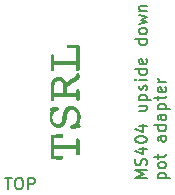
<source format=gbr>
%TF.GenerationSoftware,KiCad,Pcbnew,7.0.10*%
%TF.CreationDate,2024-03-20T18:31:23+01:00*%
%TF.ProjectId,ms404 pot adapter pcb,6d733430-3420-4706-9f74-206164617074,rev?*%
%TF.SameCoordinates,Original*%
%TF.FileFunction,Legend,Top*%
%TF.FilePolarity,Positive*%
%FSLAX46Y46*%
G04 Gerber Fmt 4.6, Leading zero omitted, Abs format (unit mm)*
G04 Created by KiCad (PCBNEW 7.0.10) date 2024-03-20 18:31:23*
%MOMM*%
%LPD*%
G01*
G04 APERTURE LIST*
%ADD10C,0.150000*%
G04 APERTURE END LIST*
D10*
X108064019Y-77590420D02*
X107064019Y-77590420D01*
X107064019Y-77590420D02*
X107778304Y-77257087D01*
X107778304Y-77257087D02*
X107064019Y-76923754D01*
X107064019Y-76923754D02*
X108064019Y-76923754D01*
X108016400Y-76495182D02*
X108064019Y-76352325D01*
X108064019Y-76352325D02*
X108064019Y-76114230D01*
X108064019Y-76114230D02*
X108016400Y-76018992D01*
X108016400Y-76018992D02*
X107968780Y-75971373D01*
X107968780Y-75971373D02*
X107873542Y-75923754D01*
X107873542Y-75923754D02*
X107778304Y-75923754D01*
X107778304Y-75923754D02*
X107683066Y-75971373D01*
X107683066Y-75971373D02*
X107635447Y-76018992D01*
X107635447Y-76018992D02*
X107587828Y-76114230D01*
X107587828Y-76114230D02*
X107540209Y-76304706D01*
X107540209Y-76304706D02*
X107492590Y-76399944D01*
X107492590Y-76399944D02*
X107444971Y-76447563D01*
X107444971Y-76447563D02*
X107349733Y-76495182D01*
X107349733Y-76495182D02*
X107254495Y-76495182D01*
X107254495Y-76495182D02*
X107159257Y-76447563D01*
X107159257Y-76447563D02*
X107111638Y-76399944D01*
X107111638Y-76399944D02*
X107064019Y-76304706D01*
X107064019Y-76304706D02*
X107064019Y-76066611D01*
X107064019Y-76066611D02*
X107111638Y-75923754D01*
X107397352Y-75066611D02*
X108064019Y-75066611D01*
X107016400Y-75304706D02*
X107730685Y-75542801D01*
X107730685Y-75542801D02*
X107730685Y-74923754D01*
X107064019Y-74352325D02*
X107064019Y-74257087D01*
X107064019Y-74257087D02*
X107111638Y-74161849D01*
X107111638Y-74161849D02*
X107159257Y-74114230D01*
X107159257Y-74114230D02*
X107254495Y-74066611D01*
X107254495Y-74066611D02*
X107444971Y-74018992D01*
X107444971Y-74018992D02*
X107683066Y-74018992D01*
X107683066Y-74018992D02*
X107873542Y-74066611D01*
X107873542Y-74066611D02*
X107968780Y-74114230D01*
X107968780Y-74114230D02*
X108016400Y-74161849D01*
X108016400Y-74161849D02*
X108064019Y-74257087D01*
X108064019Y-74257087D02*
X108064019Y-74352325D01*
X108064019Y-74352325D02*
X108016400Y-74447563D01*
X108016400Y-74447563D02*
X107968780Y-74495182D01*
X107968780Y-74495182D02*
X107873542Y-74542801D01*
X107873542Y-74542801D02*
X107683066Y-74590420D01*
X107683066Y-74590420D02*
X107444971Y-74590420D01*
X107444971Y-74590420D02*
X107254495Y-74542801D01*
X107254495Y-74542801D02*
X107159257Y-74495182D01*
X107159257Y-74495182D02*
X107111638Y-74447563D01*
X107111638Y-74447563D02*
X107064019Y-74352325D01*
X107397352Y-73161849D02*
X108064019Y-73161849D01*
X107016400Y-73399944D02*
X107730685Y-73638039D01*
X107730685Y-73638039D02*
X107730685Y-73018992D01*
X107397352Y-71447563D02*
X108064019Y-71447563D01*
X107397352Y-71876134D02*
X107921161Y-71876134D01*
X107921161Y-71876134D02*
X108016400Y-71828515D01*
X108016400Y-71828515D02*
X108064019Y-71733277D01*
X108064019Y-71733277D02*
X108064019Y-71590420D01*
X108064019Y-71590420D02*
X108016400Y-71495182D01*
X108016400Y-71495182D02*
X107968780Y-71447563D01*
X107397352Y-70971372D02*
X108397352Y-70971372D01*
X107444971Y-70971372D02*
X107397352Y-70876134D01*
X107397352Y-70876134D02*
X107397352Y-70685658D01*
X107397352Y-70685658D02*
X107444971Y-70590420D01*
X107444971Y-70590420D02*
X107492590Y-70542801D01*
X107492590Y-70542801D02*
X107587828Y-70495182D01*
X107587828Y-70495182D02*
X107873542Y-70495182D01*
X107873542Y-70495182D02*
X107968780Y-70542801D01*
X107968780Y-70542801D02*
X108016400Y-70590420D01*
X108016400Y-70590420D02*
X108064019Y-70685658D01*
X108064019Y-70685658D02*
X108064019Y-70876134D01*
X108064019Y-70876134D02*
X108016400Y-70971372D01*
X108016400Y-70114229D02*
X108064019Y-70018991D01*
X108064019Y-70018991D02*
X108064019Y-69828515D01*
X108064019Y-69828515D02*
X108016400Y-69733277D01*
X108016400Y-69733277D02*
X107921161Y-69685658D01*
X107921161Y-69685658D02*
X107873542Y-69685658D01*
X107873542Y-69685658D02*
X107778304Y-69733277D01*
X107778304Y-69733277D02*
X107730685Y-69828515D01*
X107730685Y-69828515D02*
X107730685Y-69971372D01*
X107730685Y-69971372D02*
X107683066Y-70066610D01*
X107683066Y-70066610D02*
X107587828Y-70114229D01*
X107587828Y-70114229D02*
X107540209Y-70114229D01*
X107540209Y-70114229D02*
X107444971Y-70066610D01*
X107444971Y-70066610D02*
X107397352Y-69971372D01*
X107397352Y-69971372D02*
X107397352Y-69828515D01*
X107397352Y-69828515D02*
X107444971Y-69733277D01*
X108064019Y-69257086D02*
X107397352Y-69257086D01*
X107064019Y-69257086D02*
X107111638Y-69304705D01*
X107111638Y-69304705D02*
X107159257Y-69257086D01*
X107159257Y-69257086D02*
X107111638Y-69209467D01*
X107111638Y-69209467D02*
X107064019Y-69257086D01*
X107064019Y-69257086D02*
X107159257Y-69257086D01*
X108064019Y-68352325D02*
X107064019Y-68352325D01*
X108016400Y-68352325D02*
X108064019Y-68447563D01*
X108064019Y-68447563D02*
X108064019Y-68638039D01*
X108064019Y-68638039D02*
X108016400Y-68733277D01*
X108016400Y-68733277D02*
X107968780Y-68780896D01*
X107968780Y-68780896D02*
X107873542Y-68828515D01*
X107873542Y-68828515D02*
X107587828Y-68828515D01*
X107587828Y-68828515D02*
X107492590Y-68780896D01*
X107492590Y-68780896D02*
X107444971Y-68733277D01*
X107444971Y-68733277D02*
X107397352Y-68638039D01*
X107397352Y-68638039D02*
X107397352Y-68447563D01*
X107397352Y-68447563D02*
X107444971Y-68352325D01*
X108016400Y-67495182D02*
X108064019Y-67590420D01*
X108064019Y-67590420D02*
X108064019Y-67780896D01*
X108064019Y-67780896D02*
X108016400Y-67876134D01*
X108016400Y-67876134D02*
X107921161Y-67923753D01*
X107921161Y-67923753D02*
X107540209Y-67923753D01*
X107540209Y-67923753D02*
X107444971Y-67876134D01*
X107444971Y-67876134D02*
X107397352Y-67780896D01*
X107397352Y-67780896D02*
X107397352Y-67590420D01*
X107397352Y-67590420D02*
X107444971Y-67495182D01*
X107444971Y-67495182D02*
X107540209Y-67447563D01*
X107540209Y-67447563D02*
X107635447Y-67447563D01*
X107635447Y-67447563D02*
X107730685Y-67923753D01*
X108064019Y-65828515D02*
X107064019Y-65828515D01*
X108016400Y-65828515D02*
X108064019Y-65923753D01*
X108064019Y-65923753D02*
X108064019Y-66114229D01*
X108064019Y-66114229D02*
X108016400Y-66209467D01*
X108016400Y-66209467D02*
X107968780Y-66257086D01*
X107968780Y-66257086D02*
X107873542Y-66304705D01*
X107873542Y-66304705D02*
X107587828Y-66304705D01*
X107587828Y-66304705D02*
X107492590Y-66257086D01*
X107492590Y-66257086D02*
X107444971Y-66209467D01*
X107444971Y-66209467D02*
X107397352Y-66114229D01*
X107397352Y-66114229D02*
X107397352Y-65923753D01*
X107397352Y-65923753D02*
X107444971Y-65828515D01*
X108064019Y-65209467D02*
X108016400Y-65304705D01*
X108016400Y-65304705D02*
X107968780Y-65352324D01*
X107968780Y-65352324D02*
X107873542Y-65399943D01*
X107873542Y-65399943D02*
X107587828Y-65399943D01*
X107587828Y-65399943D02*
X107492590Y-65352324D01*
X107492590Y-65352324D02*
X107444971Y-65304705D01*
X107444971Y-65304705D02*
X107397352Y-65209467D01*
X107397352Y-65209467D02*
X107397352Y-65066610D01*
X107397352Y-65066610D02*
X107444971Y-64971372D01*
X107444971Y-64971372D02*
X107492590Y-64923753D01*
X107492590Y-64923753D02*
X107587828Y-64876134D01*
X107587828Y-64876134D02*
X107873542Y-64876134D01*
X107873542Y-64876134D02*
X107968780Y-64923753D01*
X107968780Y-64923753D02*
X108016400Y-64971372D01*
X108016400Y-64971372D02*
X108064019Y-65066610D01*
X108064019Y-65066610D02*
X108064019Y-65209467D01*
X107397352Y-64542800D02*
X108064019Y-64352324D01*
X108064019Y-64352324D02*
X107587828Y-64161848D01*
X107587828Y-64161848D02*
X108064019Y-63971372D01*
X108064019Y-63971372D02*
X107397352Y-63780896D01*
X107397352Y-63399943D02*
X108064019Y-63399943D01*
X107492590Y-63399943D02*
X107444971Y-63352324D01*
X107444971Y-63352324D02*
X107397352Y-63257086D01*
X107397352Y-63257086D02*
X107397352Y-63114229D01*
X107397352Y-63114229D02*
X107444971Y-63018991D01*
X107444971Y-63018991D02*
X107540209Y-62971372D01*
X107540209Y-62971372D02*
X108064019Y-62971372D01*
X109007352Y-77590420D02*
X110007352Y-77590420D01*
X109054971Y-77590420D02*
X109007352Y-77495182D01*
X109007352Y-77495182D02*
X109007352Y-77304706D01*
X109007352Y-77304706D02*
X109054971Y-77209468D01*
X109054971Y-77209468D02*
X109102590Y-77161849D01*
X109102590Y-77161849D02*
X109197828Y-77114230D01*
X109197828Y-77114230D02*
X109483542Y-77114230D01*
X109483542Y-77114230D02*
X109578780Y-77161849D01*
X109578780Y-77161849D02*
X109626400Y-77209468D01*
X109626400Y-77209468D02*
X109674019Y-77304706D01*
X109674019Y-77304706D02*
X109674019Y-77495182D01*
X109674019Y-77495182D02*
X109626400Y-77590420D01*
X109674019Y-76542801D02*
X109626400Y-76638039D01*
X109626400Y-76638039D02*
X109578780Y-76685658D01*
X109578780Y-76685658D02*
X109483542Y-76733277D01*
X109483542Y-76733277D02*
X109197828Y-76733277D01*
X109197828Y-76733277D02*
X109102590Y-76685658D01*
X109102590Y-76685658D02*
X109054971Y-76638039D01*
X109054971Y-76638039D02*
X109007352Y-76542801D01*
X109007352Y-76542801D02*
X109007352Y-76399944D01*
X109007352Y-76399944D02*
X109054971Y-76304706D01*
X109054971Y-76304706D02*
X109102590Y-76257087D01*
X109102590Y-76257087D02*
X109197828Y-76209468D01*
X109197828Y-76209468D02*
X109483542Y-76209468D01*
X109483542Y-76209468D02*
X109578780Y-76257087D01*
X109578780Y-76257087D02*
X109626400Y-76304706D01*
X109626400Y-76304706D02*
X109674019Y-76399944D01*
X109674019Y-76399944D02*
X109674019Y-76542801D01*
X109007352Y-75923753D02*
X109007352Y-75542801D01*
X108674019Y-75780896D02*
X109531161Y-75780896D01*
X109531161Y-75780896D02*
X109626400Y-75733277D01*
X109626400Y-75733277D02*
X109674019Y-75638039D01*
X109674019Y-75638039D02*
X109674019Y-75542801D01*
X109674019Y-74018991D02*
X109150209Y-74018991D01*
X109150209Y-74018991D02*
X109054971Y-74066610D01*
X109054971Y-74066610D02*
X109007352Y-74161848D01*
X109007352Y-74161848D02*
X109007352Y-74352324D01*
X109007352Y-74352324D02*
X109054971Y-74447562D01*
X109626400Y-74018991D02*
X109674019Y-74114229D01*
X109674019Y-74114229D02*
X109674019Y-74352324D01*
X109674019Y-74352324D02*
X109626400Y-74447562D01*
X109626400Y-74447562D02*
X109531161Y-74495181D01*
X109531161Y-74495181D02*
X109435923Y-74495181D01*
X109435923Y-74495181D02*
X109340685Y-74447562D01*
X109340685Y-74447562D02*
X109293066Y-74352324D01*
X109293066Y-74352324D02*
X109293066Y-74114229D01*
X109293066Y-74114229D02*
X109245447Y-74018991D01*
X109674019Y-73114229D02*
X108674019Y-73114229D01*
X109626400Y-73114229D02*
X109674019Y-73209467D01*
X109674019Y-73209467D02*
X109674019Y-73399943D01*
X109674019Y-73399943D02*
X109626400Y-73495181D01*
X109626400Y-73495181D02*
X109578780Y-73542800D01*
X109578780Y-73542800D02*
X109483542Y-73590419D01*
X109483542Y-73590419D02*
X109197828Y-73590419D01*
X109197828Y-73590419D02*
X109102590Y-73542800D01*
X109102590Y-73542800D02*
X109054971Y-73495181D01*
X109054971Y-73495181D02*
X109007352Y-73399943D01*
X109007352Y-73399943D02*
X109007352Y-73209467D01*
X109007352Y-73209467D02*
X109054971Y-73114229D01*
X109674019Y-72209467D02*
X109150209Y-72209467D01*
X109150209Y-72209467D02*
X109054971Y-72257086D01*
X109054971Y-72257086D02*
X109007352Y-72352324D01*
X109007352Y-72352324D02*
X109007352Y-72542800D01*
X109007352Y-72542800D02*
X109054971Y-72638038D01*
X109626400Y-72209467D02*
X109674019Y-72304705D01*
X109674019Y-72304705D02*
X109674019Y-72542800D01*
X109674019Y-72542800D02*
X109626400Y-72638038D01*
X109626400Y-72638038D02*
X109531161Y-72685657D01*
X109531161Y-72685657D02*
X109435923Y-72685657D01*
X109435923Y-72685657D02*
X109340685Y-72638038D01*
X109340685Y-72638038D02*
X109293066Y-72542800D01*
X109293066Y-72542800D02*
X109293066Y-72304705D01*
X109293066Y-72304705D02*
X109245447Y-72209467D01*
X109007352Y-71733276D02*
X110007352Y-71733276D01*
X109054971Y-71733276D02*
X109007352Y-71638038D01*
X109007352Y-71638038D02*
X109007352Y-71447562D01*
X109007352Y-71447562D02*
X109054971Y-71352324D01*
X109054971Y-71352324D02*
X109102590Y-71304705D01*
X109102590Y-71304705D02*
X109197828Y-71257086D01*
X109197828Y-71257086D02*
X109483542Y-71257086D01*
X109483542Y-71257086D02*
X109578780Y-71304705D01*
X109578780Y-71304705D02*
X109626400Y-71352324D01*
X109626400Y-71352324D02*
X109674019Y-71447562D01*
X109674019Y-71447562D02*
X109674019Y-71638038D01*
X109674019Y-71638038D02*
X109626400Y-71733276D01*
X109007352Y-70971371D02*
X109007352Y-70590419D01*
X108674019Y-70828514D02*
X109531161Y-70828514D01*
X109531161Y-70828514D02*
X109626400Y-70780895D01*
X109626400Y-70780895D02*
X109674019Y-70685657D01*
X109674019Y-70685657D02*
X109674019Y-70590419D01*
X109626400Y-69876133D02*
X109674019Y-69971371D01*
X109674019Y-69971371D02*
X109674019Y-70161847D01*
X109674019Y-70161847D02*
X109626400Y-70257085D01*
X109626400Y-70257085D02*
X109531161Y-70304704D01*
X109531161Y-70304704D02*
X109150209Y-70304704D01*
X109150209Y-70304704D02*
X109054971Y-70257085D01*
X109054971Y-70257085D02*
X109007352Y-70161847D01*
X109007352Y-70161847D02*
X109007352Y-69971371D01*
X109007352Y-69971371D02*
X109054971Y-69876133D01*
X109054971Y-69876133D02*
X109150209Y-69828514D01*
X109150209Y-69828514D02*
X109245447Y-69828514D01*
X109245447Y-69828514D02*
X109340685Y-70304704D01*
X109674019Y-69399942D02*
X109007352Y-69399942D01*
X109197828Y-69399942D02*
X109102590Y-69352323D01*
X109102590Y-69352323D02*
X109054971Y-69304704D01*
X109054971Y-69304704D02*
X109007352Y-69209466D01*
X109007352Y-69209466D02*
X109007352Y-69114228D01*
G36*
X100739204Y-75705408D02*
G01*
X100776104Y-75706942D01*
X100809500Y-75709346D01*
X100839393Y-75712621D01*
X100871833Y-75717937D01*
X100903535Y-75726112D01*
X100930558Y-75738123D01*
X100936308Y-75742044D01*
X100956497Y-75764578D01*
X100968896Y-75792685D01*
X100975463Y-75823514D01*
X100977910Y-75854572D01*
X100978073Y-75865875D01*
X100976250Y-75895858D01*
X100969701Y-75925832D01*
X100956641Y-75954077D01*
X100939972Y-75974319D01*
X100915699Y-75991675D01*
X100885747Y-76003351D01*
X100854354Y-76008961D01*
X100827864Y-76010223D01*
X100797608Y-76008848D01*
X100795624Y-76008757D01*
X100765238Y-76007180D01*
X100734530Y-76006568D01*
X100730411Y-76006559D01*
X100058499Y-75985310D01*
X100028691Y-75982129D01*
X99999348Y-75974630D01*
X99972358Y-75961267D01*
X99953719Y-75945010D01*
X99936717Y-75917647D01*
X99926800Y-75886168D01*
X99922266Y-75852738D01*
X99921479Y-75829239D01*
X99921479Y-74038450D01*
X99923022Y-74006148D01*
X99928563Y-73974125D01*
X99939614Y-73944340D01*
X99953719Y-73923412D01*
X99977805Y-73903491D01*
X100006211Y-73891435D01*
X100036814Y-73885390D01*
X100058499Y-73883845D01*
X100730411Y-73861130D01*
X100760048Y-73860767D01*
X100790342Y-73859565D01*
X100800753Y-73858932D01*
X100830429Y-73856871D01*
X100831528Y-73856734D01*
X100862117Y-73858627D01*
X100892697Y-73865428D01*
X100921516Y-73878990D01*
X100942170Y-73896301D01*
X100959526Y-73921275D01*
X100970184Y-73948730D01*
X100976355Y-73981130D01*
X100978073Y-74013538D01*
X100976075Y-74047022D01*
X100968896Y-74079365D01*
X100954580Y-74108197D01*
X100936308Y-74127110D01*
X100908052Y-74140803D01*
X100877664Y-74148849D01*
X100846319Y-74154098D01*
X100809500Y-74158022D01*
X100776104Y-74160209D01*
X100739204Y-74161549D01*
X100202847Y-74182798D01*
X100202847Y-74774110D01*
X102078632Y-74774110D01*
X102078632Y-74456838D01*
X102078632Y-74376238D01*
X102079791Y-74345489D01*
X102084074Y-74313848D01*
X102092832Y-74283268D01*
X102107612Y-74255982D01*
X102111605Y-74250942D01*
X102136005Y-74230076D01*
X102164450Y-74217904D01*
X102194893Y-74212340D01*
X102216385Y-74211374D01*
X102249174Y-74213710D01*
X102277934Y-74220717D01*
X102305471Y-74234183D01*
X102323363Y-74248743D01*
X102342683Y-74274933D01*
X102353953Y-74304132D01*
X102359105Y-74334563D01*
X102360000Y-74355722D01*
X102360000Y-75511235D01*
X102357710Y-75544345D01*
X102350840Y-75573333D01*
X102337638Y-75601019D01*
X102323363Y-75618946D01*
X102299793Y-75636656D01*
X102271122Y-75648570D01*
X102241355Y-75654294D01*
X102216385Y-75655582D01*
X102186041Y-75653654D01*
X102156342Y-75646727D01*
X102129282Y-75632913D01*
X102110872Y-75615282D01*
X102095287Y-75588150D01*
X102085716Y-75556540D01*
X102080647Y-75523096D01*
X102078758Y-75490132D01*
X102078632Y-75478262D01*
X102078632Y-75410851D01*
X102078632Y-75093579D01*
X100202847Y-75093579D01*
X100202847Y-75684891D01*
X100739204Y-75705408D01*
G37*
G36*
X102307976Y-73015561D02*
G01*
X102336973Y-73020361D01*
X102366310Y-73028370D01*
X102393913Y-73040701D01*
X102417413Y-73058623D01*
X102421549Y-73063189D01*
X102438550Y-73090695D01*
X102447618Y-73118676D01*
X102452655Y-73151969D01*
X102453789Y-73180425D01*
X102452037Y-73211303D01*
X102445566Y-73243420D01*
X102434326Y-73271329D01*
X102415641Y-73298074D01*
X102403963Y-73309385D01*
X102379540Y-73326225D01*
X102349226Y-73339559D01*
X102318555Y-73348197D01*
X102289689Y-73353428D01*
X102257818Y-73356870D01*
X102244228Y-73357745D01*
X101776748Y-73384856D01*
X101740111Y-73384856D01*
X101705825Y-73383517D01*
X101675505Y-73379498D01*
X101645146Y-73371424D01*
X101617062Y-73357731D01*
X101603091Y-73346755D01*
X101583610Y-73321323D01*
X101571646Y-73292002D01*
X101565310Y-73261163D01*
X101562948Y-73230878D01*
X101562791Y-73219993D01*
X101565550Y-73190134D01*
X101576759Y-73155902D01*
X101596591Y-73125104D01*
X101618664Y-73102939D01*
X101646256Y-73082972D01*
X101679366Y-73065204D01*
X101707820Y-73053320D01*
X101739378Y-73042672D01*
X101770857Y-73033407D01*
X101799348Y-73024297D01*
X101828810Y-73013863D01*
X101857501Y-73002197D01*
X101872735Y-72995045D01*
X101899090Y-72980847D01*
X101924298Y-72965180D01*
X101948360Y-72948046D01*
X101971276Y-72929443D01*
X101993045Y-72909371D01*
X102013668Y-72887832D01*
X102033145Y-72864824D01*
X102051475Y-72840348D01*
X102068659Y-72814403D01*
X102084697Y-72786990D01*
X102094752Y-72767899D01*
X102108632Y-72738108D01*
X102121147Y-72707260D01*
X102132297Y-72675356D01*
X102142081Y-72642396D01*
X102150501Y-72608380D01*
X102157555Y-72573308D01*
X102163243Y-72537180D01*
X102167567Y-72499995D01*
X102170525Y-72461754D01*
X102172118Y-72422458D01*
X102172421Y-72395673D01*
X102171923Y-72362817D01*
X102170429Y-72330746D01*
X102167939Y-72299459D01*
X102164453Y-72268957D01*
X102159970Y-72239238D01*
X102154492Y-72210304D01*
X102144407Y-72168373D01*
X102132081Y-72128207D01*
X102117514Y-72089805D01*
X102100705Y-72053168D01*
X102081656Y-72018296D01*
X102060365Y-71985188D01*
X102044926Y-71964096D01*
X102020396Y-71934371D01*
X101994617Y-71907570D01*
X101967588Y-71883692D01*
X101939310Y-71862739D01*
X101909783Y-71844709D01*
X101879006Y-71829603D01*
X101846980Y-71817421D01*
X101813705Y-71808162D01*
X101779180Y-71801827D01*
X101743406Y-71798416D01*
X101718862Y-71797766D01*
X101688386Y-71798668D01*
X101659056Y-71801373D01*
X101621733Y-71807784D01*
X101586447Y-71817401D01*
X101553200Y-71830224D01*
X101521990Y-71846252D01*
X101492818Y-71865487D01*
X101465684Y-71887926D01*
X101452882Y-71900348D01*
X101428896Y-71927276D01*
X101407132Y-71957135D01*
X101387589Y-71989924D01*
X101374389Y-72016440D01*
X101362438Y-72044604D01*
X101351737Y-72074417D01*
X101342285Y-72105879D01*
X101334083Y-72138989D01*
X101327130Y-72173748D01*
X101323189Y-72197836D01*
X101281423Y-72502651D01*
X101273406Y-72555059D01*
X101264559Y-72605668D01*
X101254882Y-72654481D01*
X101244375Y-72701495D01*
X101233037Y-72746713D01*
X101220870Y-72790133D01*
X101207873Y-72831755D01*
X101194045Y-72871580D01*
X101179388Y-72909608D01*
X101163900Y-72945838D01*
X101147583Y-72980270D01*
X101130435Y-73012905D01*
X101112458Y-73043743D01*
X101093650Y-73072783D01*
X101074012Y-73100025D01*
X101053545Y-73125471D01*
X101032044Y-73149161D01*
X101009489Y-73171323D01*
X100985882Y-73191957D01*
X100961221Y-73211062D01*
X100935507Y-73228639D01*
X100908739Y-73244688D01*
X100880918Y-73259208D01*
X100852044Y-73272199D01*
X100822117Y-73283663D01*
X100791136Y-73293597D01*
X100759102Y-73302004D01*
X100726015Y-73308882D01*
X100691874Y-73314231D01*
X100656680Y-73318052D01*
X100620433Y-73320345D01*
X100583133Y-73321109D01*
X100543508Y-73320090D01*
X100504685Y-73317033D01*
X100466663Y-73311939D01*
X100429443Y-73304806D01*
X100393024Y-73295635D01*
X100357407Y-73284427D01*
X100322591Y-73271180D01*
X100288576Y-73255896D01*
X100255363Y-73238574D01*
X100222951Y-73219214D01*
X100191341Y-73197816D01*
X100160532Y-73174380D01*
X100130524Y-73148906D01*
X100101318Y-73121395D01*
X100072913Y-73091845D01*
X100045310Y-73060258D01*
X100018958Y-73027150D01*
X99994305Y-72993041D01*
X99971353Y-72957930D01*
X99950101Y-72921818D01*
X99930549Y-72884703D01*
X99912698Y-72846587D01*
X99896546Y-72807469D01*
X99882095Y-72767349D01*
X99869344Y-72726228D01*
X99858293Y-72684105D01*
X99848942Y-72640980D01*
X99841291Y-72596853D01*
X99835340Y-72551724D01*
X99831090Y-72505594D01*
X99828540Y-72458461D01*
X99827690Y-72410327D01*
X99828298Y-72374550D01*
X99830123Y-72338200D01*
X99832458Y-72308707D01*
X99835572Y-72278849D01*
X99839465Y-72248623D01*
X99844136Y-72218032D01*
X99849586Y-72187074D01*
X99852602Y-72171458D01*
X99859277Y-72139435D01*
X99866845Y-72106383D01*
X99875306Y-72072299D01*
X99884659Y-72037185D01*
X99894906Y-72001041D01*
X99906046Y-71963867D01*
X99914987Y-71935310D01*
X99924430Y-71906173D01*
X99931004Y-71886427D01*
X99902540Y-71874931D01*
X99887041Y-71853454D01*
X99878976Y-71823343D01*
X99875570Y-71790799D01*
X99874596Y-71758891D01*
X99874584Y-71754535D01*
X99875512Y-71722447D01*
X99878938Y-71690025D01*
X99885944Y-71659582D01*
X99899340Y-71631446D01*
X99900963Y-71629239D01*
X99924676Y-71609833D01*
X99954054Y-71598018D01*
X99987348Y-71590384D01*
X100021523Y-71585850D01*
X100027725Y-71585275D01*
X100453440Y-71556699D01*
X100473956Y-71556699D01*
X100503579Y-71558697D01*
X100533827Y-71565876D01*
X100563258Y-71580192D01*
X100585331Y-71598464D01*
X100604458Y-71624153D01*
X100616204Y-71651367D01*
X100623005Y-71682703D01*
X100624898Y-71713503D01*
X100620677Y-71746404D01*
X100608011Y-71776872D01*
X100586902Y-71804908D01*
X100563936Y-71825584D01*
X100535566Y-71844704D01*
X100501791Y-71862267D01*
X100472914Y-71874417D01*
X100451974Y-71882030D01*
X100422490Y-71891171D01*
X100390273Y-71902094D01*
X100361507Y-71912964D01*
X100332311Y-71925582D01*
X100304696Y-71939916D01*
X100276406Y-71957891D01*
X100249787Y-71977743D01*
X100224840Y-71999473D01*
X100201564Y-72023080D01*
X100179960Y-72048566D01*
X100160028Y-72075928D01*
X100141767Y-72105169D01*
X100125177Y-72136287D01*
X100110408Y-72168710D01*
X100097609Y-72202233D01*
X100086778Y-72236854D01*
X100077916Y-72272575D01*
X100071024Y-72309394D01*
X100066101Y-72347313D01*
X100063147Y-72386331D01*
X100062224Y-72416315D01*
X100062163Y-72426448D01*
X100062664Y-72457225D01*
X100064166Y-72487275D01*
X100066671Y-72516599D01*
X100072306Y-72559221D01*
X100080195Y-72600207D01*
X100090338Y-72639558D01*
X100102735Y-72677273D01*
X100117386Y-72713352D01*
X100134291Y-72747795D01*
X100153450Y-72780602D01*
X100174863Y-72811774D01*
X100190390Y-72831646D01*
X100215122Y-72859407D01*
X100241232Y-72884437D01*
X100268720Y-72906737D01*
X100297586Y-72926306D01*
X100327831Y-72943144D01*
X100359453Y-72957252D01*
X100392454Y-72968629D01*
X100426833Y-72977276D01*
X100462590Y-72983192D01*
X100499725Y-72986378D01*
X100525247Y-72986985D01*
X100555142Y-72985961D01*
X100593118Y-72981410D01*
X100628941Y-72973218D01*
X100662612Y-72961386D01*
X100694131Y-72945913D01*
X100723498Y-72926799D01*
X100750712Y-72904044D01*
X100775773Y-72877649D01*
X100781702Y-72870481D01*
X100804222Y-72839443D01*
X100819895Y-72813655D01*
X100834525Y-72785716D01*
X100848111Y-72755627D01*
X100860654Y-72723386D01*
X100872153Y-72688994D01*
X100882610Y-72652451D01*
X100892023Y-72613758D01*
X100900393Y-72572913D01*
X100907719Y-72529918D01*
X100909930Y-72515108D01*
X100952428Y-72185380D01*
X100959071Y-72141284D01*
X100966728Y-72098574D01*
X100975397Y-72057250D01*
X100985080Y-72017310D01*
X100995776Y-71978756D01*
X101007486Y-71941587D01*
X101020208Y-71905804D01*
X101033944Y-71871406D01*
X101048693Y-71838393D01*
X101064455Y-71806765D01*
X101081231Y-71776523D01*
X101099019Y-71747666D01*
X101117821Y-71720195D01*
X101137637Y-71694108D01*
X101158465Y-71669407D01*
X101180307Y-71646092D01*
X101203053Y-71624087D01*
X101226778Y-71603502D01*
X101251481Y-71584336D01*
X101277164Y-71566591D01*
X101303826Y-71550264D01*
X101331466Y-71535358D01*
X101360086Y-71521871D01*
X101389684Y-71509804D01*
X101420261Y-71499157D01*
X101451817Y-71489929D01*
X101484352Y-71482121D01*
X101517865Y-71475732D01*
X101552358Y-71470763D01*
X101587830Y-71467214D01*
X101624280Y-71465085D01*
X101661709Y-71464375D01*
X101705945Y-71465382D01*
X101749076Y-71468405D01*
X101791102Y-71473442D01*
X101832023Y-71480495D01*
X101871839Y-71489562D01*
X101910551Y-71500645D01*
X101948157Y-71513743D01*
X101984659Y-71528855D01*
X102020056Y-71545983D01*
X102054349Y-71565125D01*
X102087536Y-71586283D01*
X102119619Y-71609455D01*
X102150597Y-71634643D01*
X102180470Y-71661845D01*
X102209238Y-71691063D01*
X102236901Y-71722295D01*
X102263165Y-71755119D01*
X102287734Y-71789294D01*
X102310609Y-71824820D01*
X102331789Y-71861697D01*
X102351275Y-71899925D01*
X102369067Y-71939504D01*
X102385164Y-71980433D01*
X102399567Y-72022714D01*
X102412275Y-72066346D01*
X102423289Y-72111328D01*
X102432608Y-72157662D01*
X102440233Y-72205347D01*
X102446164Y-72254382D01*
X102450400Y-72304769D01*
X102452942Y-72356506D01*
X102453789Y-72409595D01*
X102453228Y-72446746D01*
X102451545Y-72483829D01*
X102448740Y-72520844D01*
X102444813Y-72557789D01*
X102439764Y-72594666D01*
X102433593Y-72631474D01*
X102426300Y-72668214D01*
X102417885Y-72704884D01*
X102408474Y-72741635D01*
X102397827Y-72778982D01*
X102389030Y-72807382D01*
X102379537Y-72836117D01*
X102369349Y-72865187D01*
X102358465Y-72894592D01*
X102346886Y-72924332D01*
X102334612Y-72954407D01*
X102321641Y-72984817D01*
X102307976Y-73015561D01*
G37*
G36*
X102249174Y-68683762D02*
G01*
X102277934Y-68690631D01*
X102305471Y-68703833D01*
X102323363Y-68718108D01*
X102342683Y-68743840D01*
X102353953Y-68772627D01*
X102359105Y-68802691D01*
X102360000Y-68823621D01*
X102360000Y-69056629D01*
X102356314Y-69088121D01*
X102345259Y-69119397D01*
X102326834Y-69150460D01*
X102306787Y-69175155D01*
X102282023Y-69199713D01*
X102252542Y-69224133D01*
X102227336Y-69242358D01*
X102209057Y-69254466D01*
X102187808Y-69273517D01*
X101577445Y-69669190D01*
X101543577Y-69691498D01*
X101512041Y-69713085D01*
X101482835Y-69733951D01*
X101455961Y-69754095D01*
X101431418Y-69773518D01*
X101402321Y-69798293D01*
X101377368Y-69821786D01*
X101356560Y-69843997D01*
X101336378Y-69869958D01*
X101320546Y-69895922D01*
X101307398Y-69924354D01*
X101296933Y-69955255D01*
X101289151Y-69988625D01*
X101284053Y-70024464D01*
X101281906Y-70054912D01*
X101281423Y-70078785D01*
X101281423Y-70352826D01*
X102078632Y-70352826D01*
X102078632Y-70212875D01*
X102079419Y-70177269D01*
X102081780Y-70145097D01*
X102086692Y-70111025D01*
X102093870Y-70081899D01*
X102105110Y-70054170D01*
X102110872Y-70044347D01*
X102131956Y-70020261D01*
X102159764Y-70004058D01*
X102190127Y-69996273D01*
X102216385Y-69994521D01*
X102249048Y-69996590D01*
X102280795Y-70004020D01*
X102309395Y-70018839D01*
X102328492Y-70037752D01*
X102342277Y-70064131D01*
X102351107Y-70095026D01*
X102356276Y-70127311D01*
X102358892Y-70158309D01*
X102359969Y-70193028D01*
X102360000Y-70200418D01*
X102360000Y-70892847D01*
X102357710Y-70925957D01*
X102350840Y-70954945D01*
X102337638Y-70982631D01*
X102323363Y-71000558D01*
X102299793Y-71018268D01*
X102271122Y-71030182D01*
X102241355Y-71035906D01*
X102216385Y-71037194D01*
X102186041Y-71035231D01*
X102156342Y-71028178D01*
X102129282Y-71014113D01*
X102110872Y-70996161D01*
X102095287Y-70968495D01*
X102085716Y-70936896D01*
X102080647Y-70903838D01*
X102078758Y-70871483D01*
X102078632Y-70859874D01*
X102078632Y-70791730D01*
X102078632Y-70672295D01*
X100202847Y-70672295D01*
X100202847Y-70791730D01*
X100202389Y-70828676D01*
X100201015Y-70862209D01*
X100198725Y-70892331D01*
X100194575Y-70925186D01*
X100187706Y-70957575D01*
X100177087Y-70985660D01*
X100173538Y-70991765D01*
X100152936Y-71013725D01*
X100124104Y-71028499D01*
X100091566Y-71035597D01*
X100062896Y-71037194D01*
X100029923Y-71034950D01*
X100001346Y-71028218D01*
X99974453Y-71015280D01*
X99957383Y-71001290D01*
X99938449Y-70975273D01*
X99927404Y-70945739D01*
X99922355Y-70914621D01*
X99921479Y-70892847D01*
X99921479Y-70352826D01*
X100202847Y-70352826D01*
X101000055Y-70352826D01*
X101000055Y-69926378D01*
X100999666Y-69890852D01*
X100998498Y-69856448D01*
X100996552Y-69823166D01*
X100993827Y-69791006D01*
X100990324Y-69759968D01*
X100986042Y-69730052D01*
X100978159Y-69687282D01*
X100968525Y-69647036D01*
X100957139Y-69609315D01*
X100944002Y-69574118D01*
X100929112Y-69541446D01*
X100912471Y-69511298D01*
X100900404Y-69492602D01*
X100880863Y-69466675D01*
X100859609Y-69443298D01*
X100836642Y-69422471D01*
X100811962Y-69404194D01*
X100785568Y-69388468D01*
X100757462Y-69375291D01*
X100727643Y-69364665D01*
X100696110Y-69356590D01*
X100662865Y-69351064D01*
X100627907Y-69348089D01*
X100603649Y-69347522D01*
X100567149Y-69348772D01*
X100532388Y-69352520D01*
X100499366Y-69358766D01*
X100468083Y-69367512D01*
X100438538Y-69378756D01*
X100410733Y-69392499D01*
X100384666Y-69408741D01*
X100360338Y-69427481D01*
X100337748Y-69448720D01*
X100316898Y-69472458D01*
X100303963Y-69489672D01*
X100285893Y-69517555D01*
X100269599Y-69547898D01*
X100255084Y-69580701D01*
X100242345Y-69615964D01*
X100231384Y-69653688D01*
X100222201Y-69693871D01*
X100214795Y-69736514D01*
X100210845Y-69766310D01*
X100207685Y-69797199D01*
X100205315Y-69829182D01*
X100203735Y-69862258D01*
X100202945Y-69896427D01*
X100202847Y-69913921D01*
X100202847Y-70352826D01*
X99921479Y-70352826D01*
X99921479Y-70023098D01*
X99921593Y-69984338D01*
X99921937Y-69946825D01*
X99922509Y-69910561D01*
X99923311Y-69875545D01*
X99924341Y-69841776D01*
X99925601Y-69809256D01*
X99927089Y-69777983D01*
X99928806Y-69747958D01*
X99931812Y-69705261D01*
X99935332Y-69665372D01*
X99939368Y-69628290D01*
X99943919Y-69594017D01*
X99948985Y-69562551D01*
X99950788Y-69552686D01*
X99956651Y-69523854D01*
X99965609Y-69486754D01*
X99975873Y-69451188D01*
X99987442Y-69417156D01*
X100000317Y-69384659D01*
X100014496Y-69353695D01*
X100029981Y-69324266D01*
X100046770Y-69296371D01*
X100051172Y-69289637D01*
X100068723Y-69264323D01*
X100087305Y-69240040D01*
X100106916Y-69216787D01*
X100127559Y-69194565D01*
X100149232Y-69173373D01*
X100171935Y-69153212D01*
X100195668Y-69134081D01*
X100220432Y-69115980D01*
X100246226Y-69098910D01*
X100273051Y-69082870D01*
X100291507Y-69072749D01*
X100319727Y-69058476D01*
X100348333Y-69045607D01*
X100377326Y-69034141D01*
X100406705Y-69024080D01*
X100436471Y-69015422D01*
X100466623Y-69008169D01*
X100497162Y-69002319D01*
X100528087Y-68997873D01*
X100559398Y-68994831D01*
X100591095Y-68993194D01*
X100612442Y-68992882D01*
X100655551Y-68994163D01*
X100697501Y-68998008D01*
X100738292Y-69004416D01*
X100777924Y-69013387D01*
X100816397Y-69024921D01*
X100853710Y-69039018D01*
X100889864Y-69055678D01*
X100924859Y-69074901D01*
X100958695Y-69096688D01*
X100991371Y-69121038D01*
X101012512Y-69138695D01*
X101042803Y-69166902D01*
X101071305Y-69197118D01*
X101098016Y-69229344D01*
X101122936Y-69263579D01*
X101146067Y-69299823D01*
X101167407Y-69338077D01*
X101180639Y-69364696D01*
X101193075Y-69392207D01*
X101204716Y-69420612D01*
X101215561Y-69449910D01*
X101225610Y-69480100D01*
X101234863Y-69511184D01*
X101243321Y-69543161D01*
X101260082Y-69517149D01*
X101278126Y-69492602D01*
X101297452Y-69469521D01*
X101318060Y-69447906D01*
X101340408Y-69426840D01*
X101364954Y-69406140D01*
X101388235Y-69388329D01*
X101413200Y-69370798D01*
X101420642Y-69365840D01*
X102078632Y-68951849D01*
X102078632Y-68883705D01*
X102079383Y-68849298D01*
X102081637Y-68818432D01*
X102086325Y-68786069D01*
X102094530Y-68754758D01*
X102107513Y-68727476D01*
X102109406Y-68724703D01*
X102130311Y-68703805D01*
X102158402Y-68689747D01*
X102189405Y-68682992D01*
X102216385Y-68681472D01*
X102249174Y-68683762D01*
G37*
G36*
X101539344Y-66596127D02*
G01*
X101502398Y-66595646D01*
X101468864Y-66594203D01*
X101438742Y-66591799D01*
X101405887Y-66587441D01*
X101373499Y-66580228D01*
X101345414Y-66569079D01*
X101339309Y-66565352D01*
X101317348Y-66543578D01*
X101303861Y-66516731D01*
X101296719Y-66487454D01*
X101294057Y-66458062D01*
X101293879Y-66447383D01*
X101295703Y-66416793D01*
X101302251Y-66386213D01*
X101315312Y-66357394D01*
X101331981Y-66336741D01*
X101356775Y-66318676D01*
X101384459Y-66307582D01*
X101417454Y-66301160D01*
X101450683Y-66299371D01*
X101539344Y-66299371D01*
X102211988Y-66299371D01*
X102241255Y-66301265D01*
X102271011Y-66308065D01*
X102299778Y-66321628D01*
X102321165Y-66338939D01*
X102339937Y-66363218D01*
X102352566Y-66392365D01*
X102358634Y-66422361D01*
X102360000Y-66447383D01*
X102360000Y-68275540D01*
X102360000Y-68372260D01*
X102358281Y-68402885D01*
X102352111Y-68433591D01*
X102339804Y-68462661D01*
X102324096Y-68483635D01*
X102298150Y-68503342D01*
X102268803Y-68514837D01*
X102237948Y-68520092D01*
X102216385Y-68521004D01*
X102183897Y-68518901D01*
X102152779Y-68511344D01*
X102125435Y-68496275D01*
X102107941Y-68477041D01*
X102095118Y-68447686D01*
X102087905Y-68416473D01*
X102083469Y-68384441D01*
X102080950Y-68354875D01*
X102079347Y-68321805D01*
X102078660Y-68285231D01*
X102078632Y-68275540D01*
X102078632Y-68017620D01*
X100202847Y-68017620D01*
X100202847Y-68275540D01*
X100202377Y-68311994D01*
X100200969Y-68345150D01*
X100198622Y-68375008D01*
X100194368Y-68407695D01*
X100187327Y-68440118D01*
X100176443Y-68468568D01*
X100172805Y-68474842D01*
X100151611Y-68497157D01*
X100122650Y-68512169D01*
X100090387Y-68519382D01*
X100062163Y-68521004D01*
X100032285Y-68519181D01*
X100002689Y-68512632D01*
X99975197Y-68499572D01*
X99955917Y-68482903D01*
X99939270Y-68458109D01*
X99929046Y-68430425D01*
X99923127Y-68397429D01*
X99921479Y-68364200D01*
X99921479Y-68275540D01*
X99921479Y-67346441D01*
X99921479Y-67248988D01*
X99923162Y-67218293D01*
X99929207Y-67187335D01*
X99941263Y-67157763D01*
X99956650Y-67136147D01*
X99979216Y-67117021D01*
X100007346Y-67104154D01*
X100037021Y-67097971D01*
X100062163Y-67096580D01*
X100094756Y-67098824D01*
X100126251Y-67106884D01*
X100154349Y-67122958D01*
X100172805Y-67143475D01*
X100185948Y-67173471D01*
X100193341Y-67205044D01*
X100197889Y-67237298D01*
X100200470Y-67266990D01*
X100202113Y-67300141D01*
X100202817Y-67336748D01*
X100202847Y-67346441D01*
X100202847Y-67692288D01*
X102078632Y-67692288D01*
X102078632Y-66596127D01*
X101539344Y-66596127D01*
G37*
X96053522Y-77533619D02*
X96624950Y-77533619D01*
X96339236Y-78533619D02*
X96339236Y-77533619D01*
X97148760Y-77533619D02*
X97339236Y-77533619D01*
X97339236Y-77533619D02*
X97434474Y-77581238D01*
X97434474Y-77581238D02*
X97529712Y-77676476D01*
X97529712Y-77676476D02*
X97577331Y-77866952D01*
X97577331Y-77866952D02*
X97577331Y-78200285D01*
X97577331Y-78200285D02*
X97529712Y-78390761D01*
X97529712Y-78390761D02*
X97434474Y-78486000D01*
X97434474Y-78486000D02*
X97339236Y-78533619D01*
X97339236Y-78533619D02*
X97148760Y-78533619D01*
X97148760Y-78533619D02*
X97053522Y-78486000D01*
X97053522Y-78486000D02*
X96958284Y-78390761D01*
X96958284Y-78390761D02*
X96910665Y-78200285D01*
X96910665Y-78200285D02*
X96910665Y-77866952D01*
X96910665Y-77866952D02*
X96958284Y-77676476D01*
X96958284Y-77676476D02*
X97053522Y-77581238D01*
X97053522Y-77581238D02*
X97148760Y-77533619D01*
X98005903Y-78533619D02*
X98005903Y-77533619D01*
X98005903Y-77533619D02*
X98386855Y-77533619D01*
X98386855Y-77533619D02*
X98482093Y-77581238D01*
X98482093Y-77581238D02*
X98529712Y-77628857D01*
X98529712Y-77628857D02*
X98577331Y-77724095D01*
X98577331Y-77724095D02*
X98577331Y-77866952D01*
X98577331Y-77866952D02*
X98529712Y-77962190D01*
X98529712Y-77962190D02*
X98482093Y-78009809D01*
X98482093Y-78009809D02*
X98386855Y-78057428D01*
X98386855Y-78057428D02*
X98005903Y-78057428D01*
M02*

</source>
